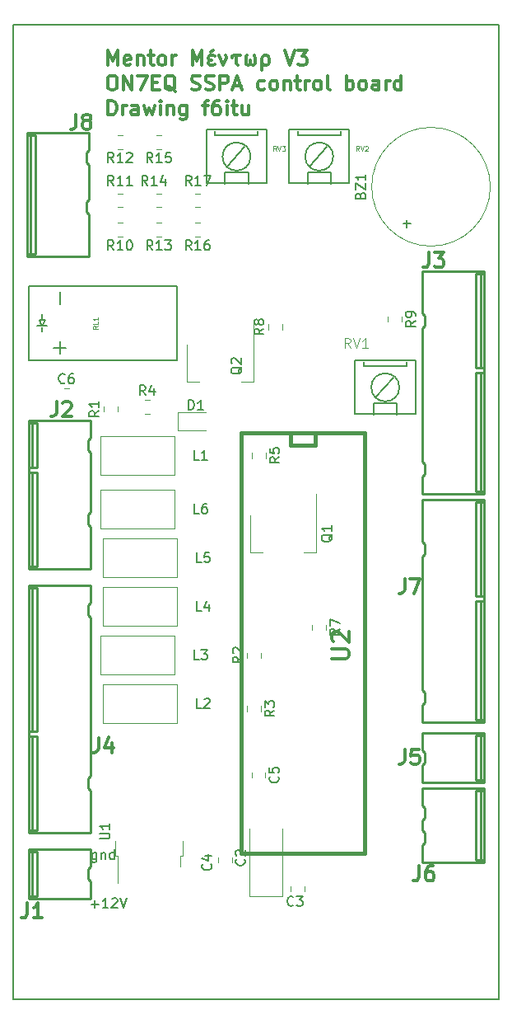
<source format=gto>
G04 #@! TF.GenerationSoftware,KiCad,Pcbnew,(5.1.5)-3*
G04 #@! TF.CreationDate,2020-05-10T11:41:13+02:00*
G04 #@! TF.ProjectId,Mentor,4d656e74-6f72-42e6-9b69-6361645f7063,rev?*
G04 #@! TF.SameCoordinates,Original*
G04 #@! TF.FileFunction,Legend,Top*
G04 #@! TF.FilePolarity,Positive*
%FSLAX46Y46*%
G04 Gerber Fmt 4.6, Leading zero omitted, Abs format (unit mm)*
G04 Created by KiCad (PCBNEW (5.1.5)-3) date 2020-05-10 11:41:13*
%MOMM*%
%LPD*%
G04 APERTURE LIST*
%ADD10C,0.150000*%
%ADD11C,0.300000*%
%ADD12C,0.120000*%
%ADD13C,0.254000*%
%ADD14C,0.050000*%
%ADD15C,0.381000*%
%ADD16C,0.304800*%
%ADD17C,0.125000*%
G04 APERTURE END LIST*
D10*
X50609523Y-110985714D02*
X50609523Y-111795238D01*
X50561904Y-111890476D01*
X50514285Y-111938095D01*
X50419047Y-111985714D01*
X50276190Y-111985714D01*
X50180952Y-111938095D01*
X50609523Y-111604761D02*
X50514285Y-111652380D01*
X50323809Y-111652380D01*
X50228571Y-111604761D01*
X50180952Y-111557142D01*
X50133333Y-111461904D01*
X50133333Y-111176190D01*
X50180952Y-111080952D01*
X50228571Y-111033333D01*
X50323809Y-110985714D01*
X50514285Y-110985714D01*
X50609523Y-111033333D01*
X51085714Y-110985714D02*
X51085714Y-111652380D01*
X51085714Y-111080952D02*
X51133333Y-111033333D01*
X51228571Y-110985714D01*
X51371428Y-110985714D01*
X51466666Y-111033333D01*
X51514285Y-111128571D01*
X51514285Y-111652380D01*
X52419047Y-111652380D02*
X52419047Y-110652380D01*
X52419047Y-111604761D02*
X52323809Y-111652380D01*
X52133333Y-111652380D01*
X52038095Y-111604761D01*
X51990476Y-111557142D01*
X51942857Y-111461904D01*
X51942857Y-111176190D01*
X51990476Y-111080952D01*
X52038095Y-111033333D01*
X52133333Y-110985714D01*
X52323809Y-110985714D01*
X52419047Y-111033333D01*
X50038095Y-116271428D02*
X50800000Y-116271428D01*
X50419047Y-116652380D02*
X50419047Y-115890476D01*
X51800000Y-116652380D02*
X51228571Y-116652380D01*
X51514285Y-116652380D02*
X51514285Y-115652380D01*
X51419047Y-115795238D01*
X51323809Y-115890476D01*
X51228571Y-115938095D01*
X52180952Y-115747619D02*
X52228571Y-115700000D01*
X52323809Y-115652380D01*
X52561904Y-115652380D01*
X52657142Y-115700000D01*
X52704761Y-115747619D01*
X52752380Y-115842857D01*
X52752380Y-115938095D01*
X52704761Y-116080952D01*
X52133333Y-116652380D01*
X52752380Y-116652380D01*
X53038095Y-115652380D02*
X53371428Y-116652380D01*
X53704761Y-115652380D01*
X92000000Y-26000000D02*
X92000000Y-126000000D01*
D11*
X51802142Y-30128571D02*
X51802142Y-28628571D01*
X52302142Y-29700000D01*
X52802142Y-28628571D01*
X52802142Y-30128571D01*
X54087857Y-30057142D02*
X53945000Y-30128571D01*
X53659285Y-30128571D01*
X53516428Y-30057142D01*
X53445000Y-29914285D01*
X53445000Y-29342857D01*
X53516428Y-29200000D01*
X53659285Y-29128571D01*
X53945000Y-29128571D01*
X54087857Y-29200000D01*
X54159285Y-29342857D01*
X54159285Y-29485714D01*
X53445000Y-29628571D01*
X54802142Y-29128571D02*
X54802142Y-30128571D01*
X54802142Y-29271428D02*
X54873571Y-29200000D01*
X55016428Y-29128571D01*
X55230714Y-29128571D01*
X55373571Y-29200000D01*
X55445000Y-29342857D01*
X55445000Y-30128571D01*
X55945000Y-29128571D02*
X56516428Y-29128571D01*
X56159285Y-28628571D02*
X56159285Y-29914285D01*
X56230714Y-30057142D01*
X56373571Y-30128571D01*
X56516428Y-30128571D01*
X57230714Y-30128571D02*
X57087857Y-30057142D01*
X57016428Y-29985714D01*
X56945000Y-29842857D01*
X56945000Y-29414285D01*
X57016428Y-29271428D01*
X57087857Y-29200000D01*
X57230714Y-29128571D01*
X57445000Y-29128571D01*
X57587857Y-29200000D01*
X57659285Y-29271428D01*
X57730714Y-29414285D01*
X57730714Y-29842857D01*
X57659285Y-29985714D01*
X57587857Y-30057142D01*
X57445000Y-30128571D01*
X57230714Y-30128571D01*
X58373571Y-30128571D02*
X58373571Y-29128571D01*
X58373571Y-29414285D02*
X58445000Y-29271428D01*
X58516428Y-29200000D01*
X58659285Y-29128571D01*
X58802142Y-29128571D01*
X60445000Y-30128571D02*
X60445000Y-28628571D01*
X60945000Y-29700000D01*
X61445000Y-28628571D01*
X61445000Y-30128571D01*
X62302142Y-29628571D02*
X62159285Y-29700000D01*
X62087857Y-29842857D01*
X62087857Y-29914285D01*
X62159285Y-30057142D01*
X62302142Y-30128571D01*
X62587857Y-30128571D01*
X62730714Y-30057142D01*
X62445000Y-29628571D02*
X62302142Y-29628571D01*
X62159285Y-29557142D01*
X62087857Y-29414285D01*
X62087857Y-29342857D01*
X62159285Y-29200000D01*
X62302142Y-29128571D01*
X62587857Y-29128571D01*
X62730714Y-29200000D01*
X62587857Y-28557142D02*
X62373571Y-28771428D01*
X63230714Y-29128571D02*
X63587857Y-30128571D01*
X63945000Y-29342857D01*
X63945000Y-29271428D01*
X63873571Y-29128571D01*
X64516428Y-29342857D02*
X64587857Y-29200000D01*
X64730714Y-29128571D01*
X65373571Y-29128571D01*
X64945000Y-29128571D02*
X64945000Y-29914285D01*
X65016428Y-30057142D01*
X65159285Y-30128571D01*
X66445000Y-29628571D02*
X66445000Y-29914285D01*
X66087857Y-29128571D02*
X66016428Y-29200000D01*
X65945000Y-29342857D01*
X65945000Y-29914285D01*
X66016428Y-30057142D01*
X66159285Y-30128571D01*
X66230714Y-30128571D01*
X66373571Y-30057142D01*
X66445000Y-29914285D01*
X66516428Y-30057142D01*
X66659285Y-30128571D01*
X66730714Y-30128571D01*
X66873571Y-30057142D01*
X66945000Y-29914285D01*
X66945000Y-29342857D01*
X66873571Y-29200000D01*
X66802142Y-29128571D01*
X67587857Y-30628571D02*
X67587857Y-29414285D01*
X67659285Y-29271428D01*
X67730714Y-29200000D01*
X67873571Y-29128571D01*
X68087857Y-29128571D01*
X68230714Y-29200000D01*
X68302142Y-29271428D01*
X68373571Y-29414285D01*
X68373571Y-29842857D01*
X68302142Y-29985714D01*
X68230714Y-30057142D01*
X68087857Y-30128571D01*
X67873571Y-30128571D01*
X67730714Y-30057142D01*
X67587857Y-29914285D01*
X69945000Y-28628571D02*
X70445000Y-30128571D01*
X70945000Y-28628571D01*
X71302142Y-28628571D02*
X72230714Y-28628571D01*
X71730714Y-29200000D01*
X71945000Y-29200000D01*
X72087857Y-29271428D01*
X72159285Y-29342857D01*
X72230714Y-29485714D01*
X72230714Y-29842857D01*
X72159285Y-29985714D01*
X72087857Y-30057142D01*
X71945000Y-30128571D01*
X71516428Y-30128571D01*
X71373571Y-30057142D01*
X71302142Y-29985714D01*
X52087857Y-31178571D02*
X52373571Y-31178571D01*
X52516428Y-31250000D01*
X52659285Y-31392857D01*
X52730714Y-31678571D01*
X52730714Y-32178571D01*
X52659285Y-32464285D01*
X52516428Y-32607142D01*
X52373571Y-32678571D01*
X52087857Y-32678571D01*
X51945000Y-32607142D01*
X51802142Y-32464285D01*
X51730714Y-32178571D01*
X51730714Y-31678571D01*
X51802142Y-31392857D01*
X51945000Y-31250000D01*
X52087857Y-31178571D01*
X53373571Y-32678571D02*
X53373571Y-31178571D01*
X54230714Y-32678571D01*
X54230714Y-31178571D01*
X54802142Y-31178571D02*
X55802142Y-31178571D01*
X55159285Y-32678571D01*
X56373571Y-31892857D02*
X56873571Y-31892857D01*
X57087857Y-32678571D02*
X56373571Y-32678571D01*
X56373571Y-31178571D01*
X57087857Y-31178571D01*
X58730714Y-32821428D02*
X58587857Y-32750000D01*
X58445000Y-32607142D01*
X58230714Y-32392857D01*
X58087857Y-32321428D01*
X57945000Y-32321428D01*
X58016428Y-32678571D02*
X57873571Y-32607142D01*
X57730714Y-32464285D01*
X57659285Y-32178571D01*
X57659285Y-31678571D01*
X57730714Y-31392857D01*
X57873571Y-31250000D01*
X58016428Y-31178571D01*
X58302142Y-31178571D01*
X58445000Y-31250000D01*
X58587857Y-31392857D01*
X58659285Y-31678571D01*
X58659285Y-32178571D01*
X58587857Y-32464285D01*
X58445000Y-32607142D01*
X58302142Y-32678571D01*
X58016428Y-32678571D01*
X60373571Y-32607142D02*
X60587857Y-32678571D01*
X60945000Y-32678571D01*
X61087857Y-32607142D01*
X61159285Y-32535714D01*
X61230714Y-32392857D01*
X61230714Y-32250000D01*
X61159285Y-32107142D01*
X61087857Y-32035714D01*
X60945000Y-31964285D01*
X60659285Y-31892857D01*
X60516428Y-31821428D01*
X60445000Y-31750000D01*
X60373571Y-31607142D01*
X60373571Y-31464285D01*
X60445000Y-31321428D01*
X60516428Y-31250000D01*
X60659285Y-31178571D01*
X61016428Y-31178571D01*
X61230714Y-31250000D01*
X61802142Y-32607142D02*
X62016428Y-32678571D01*
X62373571Y-32678571D01*
X62516428Y-32607142D01*
X62587857Y-32535714D01*
X62659285Y-32392857D01*
X62659285Y-32250000D01*
X62587857Y-32107142D01*
X62516428Y-32035714D01*
X62373571Y-31964285D01*
X62087857Y-31892857D01*
X61945000Y-31821428D01*
X61873571Y-31750000D01*
X61802142Y-31607142D01*
X61802142Y-31464285D01*
X61873571Y-31321428D01*
X61945000Y-31250000D01*
X62087857Y-31178571D01*
X62445000Y-31178571D01*
X62659285Y-31250000D01*
X63302142Y-32678571D02*
X63302142Y-31178571D01*
X63873571Y-31178571D01*
X64016428Y-31250000D01*
X64087857Y-31321428D01*
X64159285Y-31464285D01*
X64159285Y-31678571D01*
X64087857Y-31821428D01*
X64016428Y-31892857D01*
X63873571Y-31964285D01*
X63302142Y-31964285D01*
X64730714Y-32250000D02*
X65445000Y-32250000D01*
X64587857Y-32678571D02*
X65087857Y-31178571D01*
X65587857Y-32678571D01*
X67873571Y-32607142D02*
X67730714Y-32678571D01*
X67445000Y-32678571D01*
X67302142Y-32607142D01*
X67230714Y-32535714D01*
X67159285Y-32392857D01*
X67159285Y-31964285D01*
X67230714Y-31821428D01*
X67302142Y-31750000D01*
X67445000Y-31678571D01*
X67730714Y-31678571D01*
X67873571Y-31750000D01*
X68730714Y-32678571D02*
X68587857Y-32607142D01*
X68516428Y-32535714D01*
X68445000Y-32392857D01*
X68445000Y-31964285D01*
X68516428Y-31821428D01*
X68587857Y-31750000D01*
X68730714Y-31678571D01*
X68945000Y-31678571D01*
X69087857Y-31750000D01*
X69159285Y-31821428D01*
X69230714Y-31964285D01*
X69230714Y-32392857D01*
X69159285Y-32535714D01*
X69087857Y-32607142D01*
X68945000Y-32678571D01*
X68730714Y-32678571D01*
X69873571Y-31678571D02*
X69873571Y-32678571D01*
X69873571Y-31821428D02*
X69945000Y-31750000D01*
X70087857Y-31678571D01*
X70302142Y-31678571D01*
X70445000Y-31750000D01*
X70516428Y-31892857D01*
X70516428Y-32678571D01*
X71016428Y-31678571D02*
X71587857Y-31678571D01*
X71230714Y-31178571D02*
X71230714Y-32464285D01*
X71302142Y-32607142D01*
X71445000Y-32678571D01*
X71587857Y-32678571D01*
X72087857Y-32678571D02*
X72087857Y-31678571D01*
X72087857Y-31964285D02*
X72159285Y-31821428D01*
X72230714Y-31750000D01*
X72373571Y-31678571D01*
X72516428Y-31678571D01*
X73230714Y-32678571D02*
X73087857Y-32607142D01*
X73016428Y-32535714D01*
X72945000Y-32392857D01*
X72945000Y-31964285D01*
X73016428Y-31821428D01*
X73087857Y-31750000D01*
X73230714Y-31678571D01*
X73445000Y-31678571D01*
X73587857Y-31750000D01*
X73659285Y-31821428D01*
X73730714Y-31964285D01*
X73730714Y-32392857D01*
X73659285Y-32535714D01*
X73587857Y-32607142D01*
X73445000Y-32678571D01*
X73230714Y-32678571D01*
X74587857Y-32678571D02*
X74445000Y-32607142D01*
X74373571Y-32464285D01*
X74373571Y-31178571D01*
X76302142Y-32678571D02*
X76302142Y-31178571D01*
X76302142Y-31750000D02*
X76445000Y-31678571D01*
X76730714Y-31678571D01*
X76873571Y-31750000D01*
X76945000Y-31821428D01*
X77016428Y-31964285D01*
X77016428Y-32392857D01*
X76945000Y-32535714D01*
X76873571Y-32607142D01*
X76730714Y-32678571D01*
X76445000Y-32678571D01*
X76302142Y-32607142D01*
X77873571Y-32678571D02*
X77730714Y-32607142D01*
X77659285Y-32535714D01*
X77587857Y-32392857D01*
X77587857Y-31964285D01*
X77659285Y-31821428D01*
X77730714Y-31750000D01*
X77873571Y-31678571D01*
X78087857Y-31678571D01*
X78230714Y-31750000D01*
X78302142Y-31821428D01*
X78373571Y-31964285D01*
X78373571Y-32392857D01*
X78302142Y-32535714D01*
X78230714Y-32607142D01*
X78087857Y-32678571D01*
X77873571Y-32678571D01*
X79659285Y-32678571D02*
X79659285Y-31892857D01*
X79587857Y-31750000D01*
X79445000Y-31678571D01*
X79159285Y-31678571D01*
X79016428Y-31750000D01*
X79659285Y-32607142D02*
X79516428Y-32678571D01*
X79159285Y-32678571D01*
X79016428Y-32607142D01*
X78945000Y-32464285D01*
X78945000Y-32321428D01*
X79016428Y-32178571D01*
X79159285Y-32107142D01*
X79516428Y-32107142D01*
X79659285Y-32035714D01*
X80373571Y-32678571D02*
X80373571Y-31678571D01*
X80373571Y-31964285D02*
X80445000Y-31821428D01*
X80516428Y-31750000D01*
X80659285Y-31678571D01*
X80802142Y-31678571D01*
X81945000Y-32678571D02*
X81945000Y-31178571D01*
X81945000Y-32607142D02*
X81802142Y-32678571D01*
X81516428Y-32678571D01*
X81373571Y-32607142D01*
X81302142Y-32535714D01*
X81230714Y-32392857D01*
X81230714Y-31964285D01*
X81302142Y-31821428D01*
X81373571Y-31750000D01*
X81516428Y-31678571D01*
X81802142Y-31678571D01*
X81945000Y-31750000D01*
X51802142Y-35228571D02*
X51802142Y-33728571D01*
X52159285Y-33728571D01*
X52373571Y-33800000D01*
X52516428Y-33942857D01*
X52587857Y-34085714D01*
X52659285Y-34371428D01*
X52659285Y-34585714D01*
X52587857Y-34871428D01*
X52516428Y-35014285D01*
X52373571Y-35157142D01*
X52159285Y-35228571D01*
X51802142Y-35228571D01*
X53302142Y-35228571D02*
X53302142Y-34228571D01*
X53302142Y-34514285D02*
X53373571Y-34371428D01*
X53445000Y-34300000D01*
X53587857Y-34228571D01*
X53730714Y-34228571D01*
X54873571Y-35228571D02*
X54873571Y-34442857D01*
X54802142Y-34300000D01*
X54659285Y-34228571D01*
X54373571Y-34228571D01*
X54230714Y-34300000D01*
X54873571Y-35157142D02*
X54730714Y-35228571D01*
X54373571Y-35228571D01*
X54230714Y-35157142D01*
X54159285Y-35014285D01*
X54159285Y-34871428D01*
X54230714Y-34728571D01*
X54373571Y-34657142D01*
X54730714Y-34657142D01*
X54873571Y-34585714D01*
X55445000Y-34228571D02*
X55730714Y-35228571D01*
X56016428Y-34514285D01*
X56302142Y-35228571D01*
X56587857Y-34228571D01*
X57159285Y-35228571D02*
X57159285Y-34228571D01*
X57159285Y-33728571D02*
X57087857Y-33800000D01*
X57159285Y-33871428D01*
X57230714Y-33800000D01*
X57159285Y-33728571D01*
X57159285Y-33871428D01*
X57873571Y-34228571D02*
X57873571Y-35228571D01*
X57873571Y-34371428D02*
X57945000Y-34300000D01*
X58087857Y-34228571D01*
X58302142Y-34228571D01*
X58445000Y-34300000D01*
X58516428Y-34442857D01*
X58516428Y-35228571D01*
X59873571Y-34228571D02*
X59873571Y-35442857D01*
X59802142Y-35585714D01*
X59730714Y-35657142D01*
X59587857Y-35728571D01*
X59373571Y-35728571D01*
X59230714Y-35657142D01*
X59873571Y-35157142D02*
X59730714Y-35228571D01*
X59445000Y-35228571D01*
X59302142Y-35157142D01*
X59230714Y-35085714D01*
X59159285Y-34942857D01*
X59159285Y-34514285D01*
X59230714Y-34371428D01*
X59302142Y-34300000D01*
X59445000Y-34228571D01*
X59730714Y-34228571D01*
X59873571Y-34300000D01*
X61516428Y-34228571D02*
X62087857Y-34228571D01*
X61730714Y-35228571D02*
X61730714Y-33942857D01*
X61802142Y-33800000D01*
X61945000Y-33728571D01*
X62087857Y-33728571D01*
X63230714Y-33728571D02*
X62945000Y-33728571D01*
X62802142Y-33800000D01*
X62730714Y-33871428D01*
X62587857Y-34085714D01*
X62516428Y-34371428D01*
X62516428Y-34942857D01*
X62587857Y-35085714D01*
X62659285Y-35157142D01*
X62802142Y-35228571D01*
X63087857Y-35228571D01*
X63230714Y-35157142D01*
X63302142Y-35085714D01*
X63373571Y-34942857D01*
X63373571Y-34585714D01*
X63302142Y-34442857D01*
X63230714Y-34371428D01*
X63087857Y-34300000D01*
X62802142Y-34300000D01*
X62659285Y-34371428D01*
X62587857Y-34442857D01*
X62516428Y-34585714D01*
X64016428Y-35228571D02*
X64016428Y-34228571D01*
X64016428Y-33728571D02*
X63945000Y-33800000D01*
X64016428Y-33871428D01*
X64087857Y-33800000D01*
X64016428Y-33728571D01*
X64016428Y-33871428D01*
X64516428Y-34228571D02*
X65087857Y-34228571D01*
X64730714Y-33728571D02*
X64730714Y-35014285D01*
X64802142Y-35157142D01*
X64945000Y-35228571D01*
X65087857Y-35228571D01*
X66230714Y-34228571D02*
X66230714Y-35228571D01*
X65587857Y-34228571D02*
X65587857Y-35014285D01*
X65659285Y-35157142D01*
X65802142Y-35228571D01*
X66016428Y-35228571D01*
X66159285Y-35157142D01*
X66230714Y-35085714D01*
D10*
X42000000Y-126000000D02*
X42000000Y-26000000D01*
X42000000Y-26000000D02*
X92000000Y-26000000D01*
X42000000Y-126000000D02*
X92000000Y-126000000D01*
D12*
X61261252Y-47710000D02*
X60738748Y-47710000D01*
X61261252Y-46290000D02*
X60738748Y-46290000D01*
D13*
X84125000Y-57112000D02*
X84125000Y-70828000D01*
X89586000Y-61684000D02*
X89586000Y-73876000D01*
X90094000Y-61684000D02*
X90094000Y-73876000D01*
X90475000Y-51270000D02*
X90475000Y-74130000D01*
X90094000Y-61176000D02*
X90094000Y-51524000D01*
X89586000Y-61176000D02*
X89586000Y-51524000D01*
X89586000Y-51524000D02*
X90475000Y-51524000D01*
X89586000Y-73876000D02*
X90475000Y-73876000D01*
X89586000Y-61684000D02*
X90475000Y-61684000D01*
X89586000Y-61176000D02*
X90475000Y-61176000D01*
X84125000Y-55588000D02*
X84125000Y-51270000D01*
X84379000Y-71082000D02*
X84379000Y-72098000D01*
X84379000Y-71082000D02*
X84125000Y-70828000D01*
X84379000Y-72098000D02*
X84125000Y-72352000D01*
X84125000Y-72352000D02*
X84125000Y-74130000D01*
X84379000Y-56858000D02*
X84125000Y-57112000D01*
X84379000Y-55842000D02*
X84125000Y-55588000D01*
X84379000Y-55842000D02*
X84379000Y-56858000D01*
X90475000Y-74130000D02*
X84125000Y-74130000D01*
X84125000Y-51270000D02*
X90475000Y-51270000D01*
X44514000Y-115486000D02*
X44514000Y-110914000D01*
X44006000Y-110914000D02*
X44006000Y-115486000D01*
X44514000Y-110914000D02*
X43625000Y-110914000D01*
X44514000Y-115486000D02*
X43625000Y-115486000D01*
X49975000Y-113962000D02*
X49975000Y-115740000D01*
X49975000Y-112438000D02*
X49975000Y-110660000D01*
X49721000Y-112692000D02*
X49975000Y-112438000D01*
X49721000Y-113708000D02*
X49975000Y-113962000D01*
X49721000Y-113708000D02*
X49721000Y-112692000D01*
X43625000Y-110660000D02*
X49975000Y-110660000D01*
X49975000Y-115740000D02*
X43625000Y-115740000D01*
X43625000Y-115740000D02*
X43625000Y-110660000D01*
D14*
X58850000Y-78700000D02*
X58850000Y-82700000D01*
X58850000Y-82700000D02*
X51250000Y-82700000D01*
X51250000Y-82700000D02*
X51250000Y-78700000D01*
X51250000Y-78700000D02*
X58850000Y-78700000D01*
D10*
X45000000Y-56200000D02*
X45000000Y-55700000D01*
X45000000Y-57000000D02*
X45000000Y-57500000D01*
X44900000Y-56800000D02*
X44700000Y-56300000D01*
X44700000Y-56300000D02*
X45300000Y-56300000D01*
X45300000Y-56300000D02*
X45100000Y-56800000D01*
X44500000Y-56900000D02*
X45500000Y-56900000D01*
X46825000Y-54695000D02*
X46825000Y-53425000D01*
X46825000Y-58505000D02*
X46825000Y-59775000D01*
X46190000Y-59140000D02*
X47460000Y-59140000D01*
X56350000Y-52790000D02*
X58890000Y-52790000D01*
X58890000Y-52790000D02*
X58890000Y-60410000D01*
X58890000Y-60410000D02*
X56350000Y-60410000D01*
X43650000Y-60410000D02*
X56350000Y-60410000D01*
X43650000Y-60410000D02*
X43650000Y-52790000D01*
X43650000Y-52790000D02*
X56350000Y-52790000D01*
D15*
X78150000Y-67840000D02*
X78150000Y-111020000D01*
X78150000Y-111020000D02*
X65450000Y-111020000D01*
X65450000Y-111020000D02*
X65450000Y-67840000D01*
X65450000Y-67840000D02*
X78150000Y-67840000D01*
X70530000Y-67840000D02*
X70530000Y-69110000D01*
X70530000Y-69110000D02*
X73070000Y-69110000D01*
X73070000Y-69110000D02*
X73070000Y-67840000D01*
D13*
X44514000Y-71406000D02*
X44514000Y-66834000D01*
X44006000Y-71406000D02*
X44006000Y-66834000D01*
X44006000Y-71914000D02*
X44006000Y-81566000D01*
X44514000Y-71914000D02*
X44514000Y-81566000D01*
X44514000Y-81566000D02*
X43625000Y-81566000D01*
X44514000Y-66834000D02*
X43625000Y-66834000D01*
X44514000Y-71406000D02*
X43625000Y-71406000D01*
X44514000Y-71914000D02*
X43625000Y-71914000D01*
X43625000Y-81820000D02*
X43625000Y-66580000D01*
X49975000Y-75978000D02*
X49975000Y-69882000D01*
X49975000Y-77502000D02*
X49975000Y-81820000D01*
X49721000Y-69628000D02*
X49721000Y-68612000D01*
X49721000Y-69628000D02*
X49975000Y-69882000D01*
X49721000Y-68612000D02*
X49975000Y-68358000D01*
X49975000Y-68358000D02*
X49975000Y-66580000D01*
X49721000Y-76232000D02*
X49975000Y-75978000D01*
X49721000Y-77248000D02*
X49975000Y-77502000D01*
X49721000Y-77248000D02*
X49721000Y-76232000D01*
X43625000Y-66580000D02*
X49975000Y-66580000D01*
X49975000Y-81820000D02*
X43625000Y-81820000D01*
X44514000Y-98486000D02*
X44514000Y-83754000D01*
X44006000Y-98486000D02*
X44006000Y-83754000D01*
X43625000Y-108900000D02*
X43625000Y-83500000D01*
X49975000Y-103058000D02*
X49975000Y-86802000D01*
X44006000Y-98994000D02*
X44006000Y-108646000D01*
X44514000Y-98994000D02*
X44514000Y-108646000D01*
X44514000Y-108646000D02*
X43625000Y-108646000D01*
X44514000Y-83754000D02*
X43625000Y-83754000D01*
X44514000Y-98486000D02*
X43625000Y-98486000D01*
X44514000Y-98994000D02*
X43625000Y-98994000D01*
X49975000Y-104582000D02*
X49975000Y-108900000D01*
X49721000Y-86548000D02*
X49721000Y-85532000D01*
X49721000Y-86548000D02*
X49975000Y-86802000D01*
X49721000Y-85532000D02*
X49975000Y-85278000D01*
X49975000Y-85278000D02*
X49975000Y-83500000D01*
X49721000Y-103312000D02*
X49975000Y-103058000D01*
X49721000Y-104328000D02*
X49975000Y-104582000D01*
X49721000Y-104328000D02*
X49721000Y-103312000D01*
X43625000Y-83500000D02*
X49975000Y-83500000D01*
X49975000Y-108900000D02*
X43625000Y-108900000D01*
X89586000Y-98914000D02*
X89586000Y-103486000D01*
X90094000Y-103486000D02*
X90094000Y-98914000D01*
X89586000Y-103486000D02*
X90475000Y-103486000D01*
X89586000Y-98914000D02*
X90475000Y-98914000D01*
X84125000Y-100438000D02*
X84125000Y-98660000D01*
X84125000Y-101962000D02*
X84125000Y-103740000D01*
X84379000Y-101708000D02*
X84125000Y-101962000D01*
X84379000Y-100692000D02*
X84125000Y-100438000D01*
X84379000Y-100692000D02*
X84379000Y-101708000D01*
X90475000Y-103740000D02*
X84125000Y-103740000D01*
X84125000Y-98660000D02*
X90475000Y-98660000D01*
X90475000Y-98660000D02*
X90475000Y-103740000D01*
X89586000Y-104644000D02*
X89586000Y-111756000D01*
X90094000Y-111756000D02*
X90094000Y-104644000D01*
X89586000Y-111756000D02*
X90475000Y-111756000D01*
X89586000Y-104644000D02*
X90475000Y-104644000D01*
X84125000Y-107692000D02*
X84125000Y-108708000D01*
X84379000Y-108962000D02*
X84379000Y-109978000D01*
X84379000Y-108962000D02*
X84125000Y-108708000D01*
X84379000Y-109978000D02*
X84125000Y-110232000D01*
X84125000Y-110232000D02*
X84125000Y-112010000D01*
X90475000Y-104390000D02*
X90475000Y-112010000D01*
X84125000Y-106168000D02*
X84125000Y-104390000D01*
X84379000Y-107438000D02*
X84125000Y-107692000D01*
X84379000Y-106422000D02*
X84125000Y-106168000D01*
X84379000Y-106422000D02*
X84379000Y-107438000D01*
X90475000Y-112010000D02*
X84125000Y-112010000D01*
X84125000Y-104390000D02*
X90475000Y-104390000D01*
X84125000Y-80612000D02*
X84125000Y-94328000D01*
X89586000Y-85184000D02*
X89586000Y-97376000D01*
X90094000Y-85184000D02*
X90094000Y-97376000D01*
X90475000Y-74770000D02*
X90475000Y-97630000D01*
X90094000Y-84676000D02*
X90094000Y-75024000D01*
X89586000Y-84676000D02*
X89586000Y-75024000D01*
X89586000Y-75024000D02*
X90475000Y-75024000D01*
X89586000Y-97376000D02*
X90475000Y-97376000D01*
X89586000Y-85184000D02*
X90475000Y-85184000D01*
X89586000Y-84676000D02*
X90475000Y-84676000D01*
X84125000Y-79088000D02*
X84125000Y-74770000D01*
X84379000Y-94582000D02*
X84379000Y-95598000D01*
X84379000Y-94582000D02*
X84125000Y-94328000D01*
X84379000Y-95598000D02*
X84125000Y-95852000D01*
X84125000Y-95852000D02*
X84125000Y-97630000D01*
X84379000Y-80358000D02*
X84125000Y-80612000D01*
X84379000Y-79342000D02*
X84125000Y-79088000D01*
X84379000Y-79342000D02*
X84379000Y-80358000D01*
X90475000Y-97630000D02*
X84125000Y-97630000D01*
X84125000Y-74770000D02*
X90475000Y-74770000D01*
D10*
X79100000Y-66000000D02*
X79100000Y-64800000D01*
X79100000Y-64800000D02*
X81500000Y-64800000D01*
X81500000Y-64800000D02*
X81500000Y-66000000D01*
X78100000Y-60600000D02*
X78100000Y-61000000D01*
X78100000Y-61000000D02*
X82500000Y-61000000D01*
X82500000Y-61000000D02*
X82500000Y-60600000D01*
X79300000Y-64200000D02*
X81100000Y-62200000D01*
X81742221Y-63200000D02*
G75*
G03X81742221Y-63200000I-1442221J0D01*
G01*
X77200000Y-60450000D02*
X83400000Y-60450000D01*
X83400000Y-60450000D02*
X83400000Y-65950000D01*
X83400000Y-65950000D02*
X77200000Y-65950000D01*
X77200000Y-65950000D02*
X77200000Y-60450000D01*
D14*
X58600000Y-68200000D02*
X58600000Y-72200000D01*
X58600000Y-72200000D02*
X51000000Y-72200000D01*
X51000000Y-72200000D02*
X51000000Y-68200000D01*
X51000000Y-68200000D02*
X58600000Y-68200000D01*
X58850000Y-93700000D02*
X58850000Y-97700000D01*
X58850000Y-97700000D02*
X51250000Y-97700000D01*
X51250000Y-97700000D02*
X51250000Y-93700000D01*
X51250000Y-93700000D02*
X58850000Y-93700000D01*
X58600000Y-88700000D02*
X58600000Y-92700000D01*
X58600000Y-92700000D02*
X51000000Y-92700000D01*
X51000000Y-92700000D02*
X51000000Y-88700000D01*
X51000000Y-88700000D02*
X58600000Y-88700000D01*
X58850000Y-83700000D02*
X58850000Y-87700000D01*
X58850000Y-87700000D02*
X51250000Y-87700000D01*
X51250000Y-87700000D02*
X51250000Y-83700000D01*
X51250000Y-83700000D02*
X58850000Y-83700000D01*
X58600000Y-73700000D02*
X58600000Y-77700000D01*
X58600000Y-77700000D02*
X51000000Y-77700000D01*
X51000000Y-77700000D02*
X51000000Y-73700000D01*
X51000000Y-73700000D02*
X58600000Y-73700000D01*
D13*
X43806000Y-37304000D02*
X43806000Y-49496000D01*
X44314000Y-49496000D02*
X44314000Y-37304000D01*
X44314000Y-37304000D02*
X43425000Y-37304000D01*
X44314000Y-49496000D02*
X43425000Y-49496000D01*
X43425000Y-49750000D02*
X43425000Y-37050000D01*
X49775000Y-43908000D02*
X49775000Y-40352000D01*
X49775000Y-45432000D02*
X49775000Y-49750000D01*
X49521000Y-40098000D02*
X49521000Y-39082000D01*
X49521000Y-40098000D02*
X49775000Y-40352000D01*
X49521000Y-39082000D02*
X49775000Y-38828000D01*
X49775000Y-38828000D02*
X49775000Y-37050000D01*
X49521000Y-44162000D02*
X49775000Y-43908000D01*
X49521000Y-45178000D02*
X49775000Y-45432000D01*
X49521000Y-45178000D02*
X49521000Y-44162000D01*
X43425000Y-37050000D02*
X49775000Y-37050000D01*
X49775000Y-49750000D02*
X43425000Y-49750000D01*
D12*
X53261252Y-47710000D02*
X52738748Y-47710000D01*
X53261252Y-46290000D02*
X52738748Y-46290000D01*
X53261252Y-43290000D02*
X52738748Y-43290000D01*
X53261252Y-44710000D02*
X52738748Y-44710000D01*
X53261252Y-37290000D02*
X52738748Y-37290000D01*
X53261252Y-38710000D02*
X52738748Y-38710000D01*
X57261252Y-46290000D02*
X56738748Y-46290000D01*
X57261252Y-47710000D02*
X56738748Y-47710000D01*
X57261252Y-44710000D02*
X56738748Y-44710000D01*
X57261252Y-43290000D02*
X56738748Y-43290000D01*
X57261252Y-38710000D02*
X56738748Y-38710000D01*
X57261252Y-37290000D02*
X56738748Y-37290000D01*
X61261252Y-43290000D02*
X60738748Y-43290000D01*
X61261252Y-44710000D02*
X60738748Y-44710000D01*
D10*
X70400000Y-42250000D02*
X70400000Y-36750000D01*
X76600000Y-42250000D02*
X70400000Y-42250000D01*
X76600000Y-36750000D02*
X76600000Y-42250000D01*
X70400000Y-36750000D02*
X76600000Y-36750000D01*
X74942221Y-39500000D02*
G75*
G03X74942221Y-39500000I-1442221J0D01*
G01*
X72500000Y-40500000D02*
X74300000Y-38500000D01*
X75700000Y-37300000D02*
X75700000Y-36900000D01*
X71300000Y-37300000D02*
X75700000Y-37300000D01*
X71300000Y-36900000D02*
X71300000Y-37300000D01*
X74700000Y-41100000D02*
X74700000Y-42300000D01*
X72300000Y-41100000D02*
X74700000Y-41100000D01*
X72300000Y-42300000D02*
X72300000Y-41100000D01*
X63800000Y-42300000D02*
X63800000Y-41100000D01*
X63800000Y-41100000D02*
X66200000Y-41100000D01*
X66200000Y-41100000D02*
X66200000Y-42300000D01*
X62800000Y-36900000D02*
X62800000Y-37300000D01*
X62800000Y-37300000D02*
X67200000Y-37300000D01*
X67200000Y-37300000D02*
X67200000Y-36900000D01*
X64000000Y-40500000D02*
X65800000Y-38500000D01*
X66442221Y-39500000D02*
G75*
G03X66442221Y-39500000I-1442221J0D01*
G01*
X61900000Y-36750000D02*
X68100000Y-36750000D01*
X68100000Y-36750000D02*
X68100000Y-42250000D01*
X68100000Y-42250000D02*
X61900000Y-42250000D01*
X61900000Y-42250000D02*
X61900000Y-36750000D01*
D12*
X51340000Y-65711252D02*
X51340000Y-65188748D01*
X52760000Y-65711252D02*
X52760000Y-65188748D01*
X66090000Y-90961252D02*
X66090000Y-90438748D01*
X67510000Y-90961252D02*
X67510000Y-90438748D01*
X67510000Y-95938748D02*
X67510000Y-96461252D01*
X66090000Y-95938748D02*
X66090000Y-96461252D01*
X55538748Y-65910000D02*
X56061252Y-65910000D01*
X55538748Y-64490000D02*
X56061252Y-64490000D01*
X68010000Y-69938748D02*
X68010000Y-70461252D01*
X66590000Y-69938748D02*
X66590000Y-70461252D01*
X72790000Y-87588748D02*
X72790000Y-88111252D01*
X74210000Y-87588748D02*
X74210000Y-88111252D01*
X69710000Y-57261252D02*
X69710000Y-56738748D01*
X68290000Y-57261252D02*
X68290000Y-56738748D01*
X80590000Y-55938748D02*
X80590000Y-56461252D01*
X82010000Y-55938748D02*
X82010000Y-56461252D01*
X73210000Y-74100000D02*
X73210000Y-80110000D01*
X66390000Y-76350000D02*
X66390000Y-80110000D01*
X73210000Y-80110000D02*
X71950000Y-80110000D01*
X66390000Y-80110000D02*
X67650000Y-80110000D01*
X59890000Y-62610000D02*
X61150000Y-62610000D01*
X66710000Y-62610000D02*
X65450000Y-62610000D01*
X59890000Y-58850000D02*
X59890000Y-62610000D01*
X66710000Y-56600000D02*
X66710000Y-62610000D01*
X59180000Y-111270000D02*
X59180000Y-112370000D01*
X59450000Y-111270000D02*
X59180000Y-111270000D01*
X59450000Y-109770000D02*
X59450000Y-111270000D01*
X52820000Y-111270000D02*
X52820000Y-114100000D01*
X52550000Y-111270000D02*
X52820000Y-111270000D01*
X52550000Y-109770000D02*
X52550000Y-111270000D01*
X70590000Y-114961252D02*
X70590000Y-114438748D01*
X72010000Y-114961252D02*
X72010000Y-114438748D01*
X63090000Y-111438748D02*
X63090000Y-111961252D01*
X64510000Y-111438748D02*
X64510000Y-111961252D01*
X66540000Y-102738748D02*
X66540000Y-103261252D01*
X67960000Y-102738748D02*
X67960000Y-103261252D01*
X47238748Y-63290000D02*
X47761252Y-63290000D01*
X47238748Y-64710000D02*
X47761252Y-64710000D01*
X61800000Y-65740000D02*
X58940000Y-65740000D01*
X58940000Y-65740000D02*
X58940000Y-67660000D01*
X58940000Y-67660000D02*
X61800000Y-67660000D01*
X91100000Y-42600000D02*
G75*
G03X91100000Y-42600000I-6100000J0D01*
G01*
X66290000Y-108500000D02*
X66290000Y-115435000D01*
X66290000Y-115435000D02*
X69710000Y-115435000D01*
X69710000Y-115435000D02*
X69710000Y-108500000D01*
D10*
X60357142Y-49102380D02*
X60023809Y-48626190D01*
X59785714Y-49102380D02*
X59785714Y-48102380D01*
X60166666Y-48102380D01*
X60261904Y-48150000D01*
X60309523Y-48197619D01*
X60357142Y-48292857D01*
X60357142Y-48435714D01*
X60309523Y-48530952D01*
X60261904Y-48578571D01*
X60166666Y-48626190D01*
X59785714Y-48626190D01*
X61309523Y-49102380D02*
X60738095Y-49102380D01*
X61023809Y-49102380D02*
X61023809Y-48102380D01*
X60928571Y-48245238D01*
X60833333Y-48340476D01*
X60738095Y-48388095D01*
X62166666Y-48102380D02*
X61976190Y-48102380D01*
X61880952Y-48150000D01*
X61833333Y-48197619D01*
X61738095Y-48340476D01*
X61690476Y-48530952D01*
X61690476Y-48911904D01*
X61738095Y-49007142D01*
X61785714Y-49054761D01*
X61880952Y-49102380D01*
X62071428Y-49102380D01*
X62166666Y-49054761D01*
X62214285Y-49007142D01*
X62261904Y-48911904D01*
X62261904Y-48673809D01*
X62214285Y-48578571D01*
X62166666Y-48530952D01*
X62071428Y-48483333D01*
X61880952Y-48483333D01*
X61785714Y-48530952D01*
X61738095Y-48578571D01*
X61690476Y-48673809D01*
D16*
X84792000Y-49365428D02*
X84792000Y-50454000D01*
X84719428Y-50671714D01*
X84574285Y-50816857D01*
X84356571Y-50889428D01*
X84211428Y-50889428D01*
X85372571Y-49365428D02*
X86316000Y-49365428D01*
X85808000Y-49946000D01*
X86025714Y-49946000D01*
X86170857Y-50018571D01*
X86243428Y-50091142D01*
X86316000Y-50236285D01*
X86316000Y-50599142D01*
X86243428Y-50744285D01*
X86170857Y-50816857D01*
X86025714Y-50889428D01*
X85590285Y-50889428D01*
X85445142Y-50816857D01*
X85372571Y-50744285D01*
X43492000Y-116165428D02*
X43492000Y-117254000D01*
X43419428Y-117471714D01*
X43274285Y-117616857D01*
X43056571Y-117689428D01*
X42911428Y-117689428D01*
X45016000Y-117689428D02*
X44145142Y-117689428D01*
X44580571Y-117689428D02*
X44580571Y-116165428D01*
X44435428Y-116383142D01*
X44290285Y-116528285D01*
X44145142Y-116600857D01*
D10*
X61383333Y-81152380D02*
X60907142Y-81152380D01*
X60907142Y-80152380D01*
X62192857Y-80152380D02*
X61716666Y-80152380D01*
X61669047Y-80628571D01*
X61716666Y-80580952D01*
X61811904Y-80533333D01*
X62050000Y-80533333D01*
X62145238Y-80580952D01*
X62192857Y-80628571D01*
X62240476Y-80723809D01*
X62240476Y-80961904D01*
X62192857Y-81057142D01*
X62145238Y-81104761D01*
X62050000Y-81152380D01*
X61811904Y-81152380D01*
X61716666Y-81104761D01*
X61669047Y-81057142D01*
D17*
X50726190Y-56885714D02*
X50488095Y-57052380D01*
X50726190Y-57171428D02*
X50226190Y-57171428D01*
X50226190Y-56980952D01*
X50250000Y-56933333D01*
X50273809Y-56909523D01*
X50321428Y-56885714D01*
X50392857Y-56885714D01*
X50440476Y-56909523D01*
X50464285Y-56933333D01*
X50488095Y-56980952D01*
X50488095Y-57171428D01*
X50726190Y-56433333D02*
X50726190Y-56671428D01*
X50226190Y-56671428D01*
X50726190Y-56004761D02*
X50726190Y-56290476D01*
X50726190Y-56147619D02*
X50226190Y-56147619D01*
X50297619Y-56195238D01*
X50345238Y-56242857D01*
X50369047Y-56290476D01*
D16*
X74826333Y-91054666D02*
X76265666Y-91054666D01*
X76435000Y-90970000D01*
X76519666Y-90885333D01*
X76604333Y-90716000D01*
X76604333Y-90377333D01*
X76519666Y-90208000D01*
X76435000Y-90123333D01*
X76265666Y-90038666D01*
X74826333Y-90038666D01*
X74995666Y-89276666D02*
X74911000Y-89192000D01*
X74826333Y-89022666D01*
X74826333Y-88599333D01*
X74911000Y-88430000D01*
X74995666Y-88345333D01*
X75165000Y-88260666D01*
X75334333Y-88260666D01*
X75588333Y-88345333D01*
X76604333Y-89361333D01*
X76604333Y-88260666D01*
X46492000Y-64665428D02*
X46492000Y-65754000D01*
X46419428Y-65971714D01*
X46274285Y-66116857D01*
X46056571Y-66189428D01*
X45911428Y-66189428D01*
X47145142Y-64810571D02*
X47217714Y-64738000D01*
X47362857Y-64665428D01*
X47725714Y-64665428D01*
X47870857Y-64738000D01*
X47943428Y-64810571D01*
X48016000Y-64955714D01*
X48016000Y-65100857D01*
X47943428Y-65318571D01*
X47072571Y-66189428D01*
X48016000Y-66189428D01*
X50792000Y-99165428D02*
X50792000Y-100254000D01*
X50719428Y-100471714D01*
X50574285Y-100616857D01*
X50356571Y-100689428D01*
X50211428Y-100689428D01*
X52170857Y-99673428D02*
X52170857Y-100689428D01*
X51808000Y-99092857D02*
X51445142Y-100181428D01*
X52388571Y-100181428D01*
X82292000Y-100365428D02*
X82292000Y-101454000D01*
X82219428Y-101671714D01*
X82074285Y-101816857D01*
X81856571Y-101889428D01*
X81711428Y-101889428D01*
X83743428Y-100365428D02*
X83017714Y-100365428D01*
X82945142Y-101091142D01*
X83017714Y-101018571D01*
X83162857Y-100946000D01*
X83525714Y-100946000D01*
X83670857Y-101018571D01*
X83743428Y-101091142D01*
X83816000Y-101236285D01*
X83816000Y-101599142D01*
X83743428Y-101744285D01*
X83670857Y-101816857D01*
X83525714Y-101889428D01*
X83162857Y-101889428D01*
X83017714Y-101816857D01*
X82945142Y-101744285D01*
X83792000Y-112365428D02*
X83792000Y-113454000D01*
X83719428Y-113671714D01*
X83574285Y-113816857D01*
X83356571Y-113889428D01*
X83211428Y-113889428D01*
X85170857Y-112365428D02*
X84880571Y-112365428D01*
X84735428Y-112438000D01*
X84662857Y-112510571D01*
X84517714Y-112728285D01*
X84445142Y-113018571D01*
X84445142Y-113599142D01*
X84517714Y-113744285D01*
X84590285Y-113816857D01*
X84735428Y-113889428D01*
X85025714Y-113889428D01*
X85170857Y-113816857D01*
X85243428Y-113744285D01*
X85316000Y-113599142D01*
X85316000Y-113236285D01*
X85243428Y-113091142D01*
X85170857Y-113018571D01*
X85025714Y-112946000D01*
X84735428Y-112946000D01*
X84590285Y-113018571D01*
X84517714Y-113091142D01*
X84445142Y-113236285D01*
X82292000Y-82865428D02*
X82292000Y-83954000D01*
X82219428Y-84171714D01*
X82074285Y-84316857D01*
X81856571Y-84389428D01*
X81711428Y-84389428D01*
X82872571Y-82865428D02*
X83888571Y-82865428D01*
X83235428Y-84389428D01*
D17*
X76704761Y-59152380D02*
X76371428Y-58676190D01*
X76133333Y-59152380D02*
X76133333Y-58152380D01*
X76514285Y-58152380D01*
X76609523Y-58200000D01*
X76657142Y-58247619D01*
X76704761Y-58342857D01*
X76704761Y-58485714D01*
X76657142Y-58580952D01*
X76609523Y-58628571D01*
X76514285Y-58676190D01*
X76133333Y-58676190D01*
X76990476Y-58152380D02*
X77323809Y-59152380D01*
X77657142Y-58152380D01*
X78514285Y-59152380D02*
X77942857Y-59152380D01*
X78228571Y-59152380D02*
X78228571Y-58152380D01*
X78133333Y-58295238D01*
X78038095Y-58390476D01*
X77942857Y-58438095D01*
D10*
X61133333Y-70652380D02*
X60657142Y-70652380D01*
X60657142Y-69652380D01*
X61990476Y-70652380D02*
X61419047Y-70652380D01*
X61704761Y-70652380D02*
X61704761Y-69652380D01*
X61609523Y-69795238D01*
X61514285Y-69890476D01*
X61419047Y-69938095D01*
X61383333Y-96152380D02*
X60907142Y-96152380D01*
X60907142Y-95152380D01*
X61669047Y-95247619D02*
X61716666Y-95200000D01*
X61811904Y-95152380D01*
X62050000Y-95152380D01*
X62145238Y-95200000D01*
X62192857Y-95247619D01*
X62240476Y-95342857D01*
X62240476Y-95438095D01*
X62192857Y-95580952D01*
X61621428Y-96152380D01*
X62240476Y-96152380D01*
X61133333Y-91152380D02*
X60657142Y-91152380D01*
X60657142Y-90152380D01*
X61371428Y-90152380D02*
X61990476Y-90152380D01*
X61657142Y-90533333D01*
X61800000Y-90533333D01*
X61895238Y-90580952D01*
X61942857Y-90628571D01*
X61990476Y-90723809D01*
X61990476Y-90961904D01*
X61942857Y-91057142D01*
X61895238Y-91104761D01*
X61800000Y-91152380D01*
X61514285Y-91152380D01*
X61419047Y-91104761D01*
X61371428Y-91057142D01*
X61383333Y-86152380D02*
X60907142Y-86152380D01*
X60907142Y-85152380D01*
X62145238Y-85485714D02*
X62145238Y-86152380D01*
X61907142Y-85104761D02*
X61669047Y-85819047D01*
X62288095Y-85819047D01*
X61133333Y-76152380D02*
X60657142Y-76152380D01*
X60657142Y-75152380D01*
X61895238Y-75152380D02*
X61704761Y-75152380D01*
X61609523Y-75200000D01*
X61561904Y-75247619D01*
X61466666Y-75390476D01*
X61419047Y-75580952D01*
X61419047Y-75961904D01*
X61466666Y-76057142D01*
X61514285Y-76104761D01*
X61609523Y-76152380D01*
X61800000Y-76152380D01*
X61895238Y-76104761D01*
X61942857Y-76057142D01*
X61990476Y-75961904D01*
X61990476Y-75723809D01*
X61942857Y-75628571D01*
X61895238Y-75580952D01*
X61800000Y-75533333D01*
X61609523Y-75533333D01*
X61514285Y-75580952D01*
X61466666Y-75628571D01*
X61419047Y-75723809D01*
D16*
X48492000Y-35165428D02*
X48492000Y-36254000D01*
X48419428Y-36471714D01*
X48274285Y-36616857D01*
X48056571Y-36689428D01*
X47911428Y-36689428D01*
X49435428Y-35818571D02*
X49290285Y-35746000D01*
X49217714Y-35673428D01*
X49145142Y-35528285D01*
X49145142Y-35455714D01*
X49217714Y-35310571D01*
X49290285Y-35238000D01*
X49435428Y-35165428D01*
X49725714Y-35165428D01*
X49870857Y-35238000D01*
X49943428Y-35310571D01*
X50016000Y-35455714D01*
X50016000Y-35528285D01*
X49943428Y-35673428D01*
X49870857Y-35746000D01*
X49725714Y-35818571D01*
X49435428Y-35818571D01*
X49290285Y-35891142D01*
X49217714Y-35963714D01*
X49145142Y-36108857D01*
X49145142Y-36399142D01*
X49217714Y-36544285D01*
X49290285Y-36616857D01*
X49435428Y-36689428D01*
X49725714Y-36689428D01*
X49870857Y-36616857D01*
X49943428Y-36544285D01*
X50016000Y-36399142D01*
X50016000Y-36108857D01*
X49943428Y-35963714D01*
X49870857Y-35891142D01*
X49725714Y-35818571D01*
D10*
X52357142Y-49102380D02*
X52023809Y-48626190D01*
X51785714Y-49102380D02*
X51785714Y-48102380D01*
X52166666Y-48102380D01*
X52261904Y-48150000D01*
X52309523Y-48197619D01*
X52357142Y-48292857D01*
X52357142Y-48435714D01*
X52309523Y-48530952D01*
X52261904Y-48578571D01*
X52166666Y-48626190D01*
X51785714Y-48626190D01*
X53309523Y-49102380D02*
X52738095Y-49102380D01*
X53023809Y-49102380D02*
X53023809Y-48102380D01*
X52928571Y-48245238D01*
X52833333Y-48340476D01*
X52738095Y-48388095D01*
X53928571Y-48102380D02*
X54023809Y-48102380D01*
X54119047Y-48150000D01*
X54166666Y-48197619D01*
X54214285Y-48292857D01*
X54261904Y-48483333D01*
X54261904Y-48721428D01*
X54214285Y-48911904D01*
X54166666Y-49007142D01*
X54119047Y-49054761D01*
X54023809Y-49102380D01*
X53928571Y-49102380D01*
X53833333Y-49054761D01*
X53785714Y-49007142D01*
X53738095Y-48911904D01*
X53690476Y-48721428D01*
X53690476Y-48483333D01*
X53738095Y-48292857D01*
X53785714Y-48197619D01*
X53833333Y-48150000D01*
X53928571Y-48102380D01*
X52357142Y-42452380D02*
X52023809Y-41976190D01*
X51785714Y-42452380D02*
X51785714Y-41452380D01*
X52166666Y-41452380D01*
X52261904Y-41500000D01*
X52309523Y-41547619D01*
X52357142Y-41642857D01*
X52357142Y-41785714D01*
X52309523Y-41880952D01*
X52261904Y-41928571D01*
X52166666Y-41976190D01*
X51785714Y-41976190D01*
X53309523Y-42452380D02*
X52738095Y-42452380D01*
X53023809Y-42452380D02*
X53023809Y-41452380D01*
X52928571Y-41595238D01*
X52833333Y-41690476D01*
X52738095Y-41738095D01*
X54261904Y-42452380D02*
X53690476Y-42452380D01*
X53976190Y-42452380D02*
X53976190Y-41452380D01*
X53880952Y-41595238D01*
X53785714Y-41690476D01*
X53690476Y-41738095D01*
X52357142Y-40102380D02*
X52023809Y-39626190D01*
X51785714Y-40102380D02*
X51785714Y-39102380D01*
X52166666Y-39102380D01*
X52261904Y-39150000D01*
X52309523Y-39197619D01*
X52357142Y-39292857D01*
X52357142Y-39435714D01*
X52309523Y-39530952D01*
X52261904Y-39578571D01*
X52166666Y-39626190D01*
X51785714Y-39626190D01*
X53309523Y-40102380D02*
X52738095Y-40102380D01*
X53023809Y-40102380D02*
X53023809Y-39102380D01*
X52928571Y-39245238D01*
X52833333Y-39340476D01*
X52738095Y-39388095D01*
X53690476Y-39197619D02*
X53738095Y-39150000D01*
X53833333Y-39102380D01*
X54071428Y-39102380D01*
X54166666Y-39150000D01*
X54214285Y-39197619D01*
X54261904Y-39292857D01*
X54261904Y-39388095D01*
X54214285Y-39530952D01*
X53642857Y-40102380D01*
X54261904Y-40102380D01*
X56357142Y-49102380D02*
X56023809Y-48626190D01*
X55785714Y-49102380D02*
X55785714Y-48102380D01*
X56166666Y-48102380D01*
X56261904Y-48150000D01*
X56309523Y-48197619D01*
X56357142Y-48292857D01*
X56357142Y-48435714D01*
X56309523Y-48530952D01*
X56261904Y-48578571D01*
X56166666Y-48626190D01*
X55785714Y-48626190D01*
X57309523Y-49102380D02*
X56738095Y-49102380D01*
X57023809Y-49102380D02*
X57023809Y-48102380D01*
X56928571Y-48245238D01*
X56833333Y-48340476D01*
X56738095Y-48388095D01*
X57642857Y-48102380D02*
X58261904Y-48102380D01*
X57928571Y-48483333D01*
X58071428Y-48483333D01*
X58166666Y-48530952D01*
X58214285Y-48578571D01*
X58261904Y-48673809D01*
X58261904Y-48911904D01*
X58214285Y-49007142D01*
X58166666Y-49054761D01*
X58071428Y-49102380D01*
X57785714Y-49102380D01*
X57690476Y-49054761D01*
X57642857Y-49007142D01*
X55857142Y-42452380D02*
X55523809Y-41976190D01*
X55285714Y-42452380D02*
X55285714Y-41452380D01*
X55666666Y-41452380D01*
X55761904Y-41500000D01*
X55809523Y-41547619D01*
X55857142Y-41642857D01*
X55857142Y-41785714D01*
X55809523Y-41880952D01*
X55761904Y-41928571D01*
X55666666Y-41976190D01*
X55285714Y-41976190D01*
X56809523Y-42452380D02*
X56238095Y-42452380D01*
X56523809Y-42452380D02*
X56523809Y-41452380D01*
X56428571Y-41595238D01*
X56333333Y-41690476D01*
X56238095Y-41738095D01*
X57666666Y-41785714D02*
X57666666Y-42452380D01*
X57428571Y-41404761D02*
X57190476Y-42119047D01*
X57809523Y-42119047D01*
X56357142Y-40102380D02*
X56023809Y-39626190D01*
X55785714Y-40102380D02*
X55785714Y-39102380D01*
X56166666Y-39102380D01*
X56261904Y-39150000D01*
X56309523Y-39197619D01*
X56357142Y-39292857D01*
X56357142Y-39435714D01*
X56309523Y-39530952D01*
X56261904Y-39578571D01*
X56166666Y-39626190D01*
X55785714Y-39626190D01*
X57309523Y-40102380D02*
X56738095Y-40102380D01*
X57023809Y-40102380D02*
X57023809Y-39102380D01*
X56928571Y-39245238D01*
X56833333Y-39340476D01*
X56738095Y-39388095D01*
X58214285Y-39102380D02*
X57738095Y-39102380D01*
X57690476Y-39578571D01*
X57738095Y-39530952D01*
X57833333Y-39483333D01*
X58071428Y-39483333D01*
X58166666Y-39530952D01*
X58214285Y-39578571D01*
X58261904Y-39673809D01*
X58261904Y-39911904D01*
X58214285Y-40007142D01*
X58166666Y-40054761D01*
X58071428Y-40102380D01*
X57833333Y-40102380D01*
X57738095Y-40054761D01*
X57690476Y-40007142D01*
X60357142Y-42452380D02*
X60023809Y-41976190D01*
X59785714Y-42452380D02*
X59785714Y-41452380D01*
X60166666Y-41452380D01*
X60261904Y-41500000D01*
X60309523Y-41547619D01*
X60357142Y-41642857D01*
X60357142Y-41785714D01*
X60309523Y-41880952D01*
X60261904Y-41928571D01*
X60166666Y-41976190D01*
X59785714Y-41976190D01*
X61309523Y-42452380D02*
X60738095Y-42452380D01*
X61023809Y-42452380D02*
X61023809Y-41452380D01*
X60928571Y-41595238D01*
X60833333Y-41690476D01*
X60738095Y-41738095D01*
X61642857Y-41452380D02*
X62309523Y-41452380D01*
X61880952Y-42452380D01*
D17*
X77602380Y-38926190D02*
X77435714Y-38688095D01*
X77316666Y-38926190D02*
X77316666Y-38426190D01*
X77507142Y-38426190D01*
X77554761Y-38450000D01*
X77578571Y-38473809D01*
X77602380Y-38521428D01*
X77602380Y-38592857D01*
X77578571Y-38640476D01*
X77554761Y-38664285D01*
X77507142Y-38688095D01*
X77316666Y-38688095D01*
X77745238Y-38426190D02*
X77911904Y-38926190D01*
X78078571Y-38426190D01*
X78221428Y-38473809D02*
X78245238Y-38450000D01*
X78292857Y-38426190D01*
X78411904Y-38426190D01*
X78459523Y-38450000D01*
X78483333Y-38473809D01*
X78507142Y-38521428D01*
X78507142Y-38569047D01*
X78483333Y-38640476D01*
X78197619Y-38926190D01*
X78507142Y-38926190D01*
X69102380Y-38926190D02*
X68935714Y-38688095D01*
X68816666Y-38926190D02*
X68816666Y-38426190D01*
X69007142Y-38426190D01*
X69054761Y-38450000D01*
X69078571Y-38473809D01*
X69102380Y-38521428D01*
X69102380Y-38592857D01*
X69078571Y-38640476D01*
X69054761Y-38664285D01*
X69007142Y-38688095D01*
X68816666Y-38688095D01*
X69245238Y-38426190D02*
X69411904Y-38926190D01*
X69578571Y-38426190D01*
X69697619Y-38426190D02*
X70007142Y-38426190D01*
X69840476Y-38616666D01*
X69911904Y-38616666D01*
X69959523Y-38640476D01*
X69983333Y-38664285D01*
X70007142Y-38711904D01*
X70007142Y-38830952D01*
X69983333Y-38878571D01*
X69959523Y-38902380D01*
X69911904Y-38926190D01*
X69769047Y-38926190D01*
X69721428Y-38902380D01*
X69697619Y-38878571D01*
D10*
X50852380Y-65616666D02*
X50376190Y-65950000D01*
X50852380Y-66188095D02*
X49852380Y-66188095D01*
X49852380Y-65807142D01*
X49900000Y-65711904D01*
X49947619Y-65664285D01*
X50042857Y-65616666D01*
X50185714Y-65616666D01*
X50280952Y-65664285D01*
X50328571Y-65711904D01*
X50376190Y-65807142D01*
X50376190Y-66188095D01*
X50852380Y-64664285D02*
X50852380Y-65235714D01*
X50852380Y-64950000D02*
X49852380Y-64950000D01*
X49995238Y-65045238D01*
X50090476Y-65140476D01*
X50138095Y-65235714D01*
X65602380Y-90866666D02*
X65126190Y-91200000D01*
X65602380Y-91438095D02*
X64602380Y-91438095D01*
X64602380Y-91057142D01*
X64650000Y-90961904D01*
X64697619Y-90914285D01*
X64792857Y-90866666D01*
X64935714Y-90866666D01*
X65030952Y-90914285D01*
X65078571Y-90961904D01*
X65126190Y-91057142D01*
X65126190Y-91438095D01*
X64697619Y-90485714D02*
X64650000Y-90438095D01*
X64602380Y-90342857D01*
X64602380Y-90104761D01*
X64650000Y-90009523D01*
X64697619Y-89961904D01*
X64792857Y-89914285D01*
X64888095Y-89914285D01*
X65030952Y-89961904D01*
X65602380Y-90533333D01*
X65602380Y-89914285D01*
X68902380Y-96366666D02*
X68426190Y-96700000D01*
X68902380Y-96938095D02*
X67902380Y-96938095D01*
X67902380Y-96557142D01*
X67950000Y-96461904D01*
X67997619Y-96414285D01*
X68092857Y-96366666D01*
X68235714Y-96366666D01*
X68330952Y-96414285D01*
X68378571Y-96461904D01*
X68426190Y-96557142D01*
X68426190Y-96938095D01*
X67902380Y-96033333D02*
X67902380Y-95414285D01*
X68283333Y-95747619D01*
X68283333Y-95604761D01*
X68330952Y-95509523D01*
X68378571Y-95461904D01*
X68473809Y-95414285D01*
X68711904Y-95414285D01*
X68807142Y-95461904D01*
X68854761Y-95509523D01*
X68902380Y-95604761D01*
X68902380Y-95890476D01*
X68854761Y-95985714D01*
X68807142Y-96033333D01*
X55633333Y-64002380D02*
X55300000Y-63526190D01*
X55061904Y-64002380D02*
X55061904Y-63002380D01*
X55442857Y-63002380D01*
X55538095Y-63050000D01*
X55585714Y-63097619D01*
X55633333Y-63192857D01*
X55633333Y-63335714D01*
X55585714Y-63430952D01*
X55538095Y-63478571D01*
X55442857Y-63526190D01*
X55061904Y-63526190D01*
X56490476Y-63335714D02*
X56490476Y-64002380D01*
X56252380Y-62954761D02*
X56014285Y-63669047D01*
X56633333Y-63669047D01*
X69402380Y-70366666D02*
X68926190Y-70700000D01*
X69402380Y-70938095D02*
X68402380Y-70938095D01*
X68402380Y-70557142D01*
X68450000Y-70461904D01*
X68497619Y-70414285D01*
X68592857Y-70366666D01*
X68735714Y-70366666D01*
X68830952Y-70414285D01*
X68878571Y-70461904D01*
X68926190Y-70557142D01*
X68926190Y-70938095D01*
X68402380Y-69461904D02*
X68402380Y-69938095D01*
X68878571Y-69985714D01*
X68830952Y-69938095D01*
X68783333Y-69842857D01*
X68783333Y-69604761D01*
X68830952Y-69509523D01*
X68878571Y-69461904D01*
X68973809Y-69414285D01*
X69211904Y-69414285D01*
X69307142Y-69461904D01*
X69354761Y-69509523D01*
X69402380Y-69604761D01*
X69402380Y-69842857D01*
X69354761Y-69938095D01*
X69307142Y-69985714D01*
X75602380Y-88016666D02*
X75126190Y-88350000D01*
X75602380Y-88588095D02*
X74602380Y-88588095D01*
X74602380Y-88207142D01*
X74650000Y-88111904D01*
X74697619Y-88064285D01*
X74792857Y-88016666D01*
X74935714Y-88016666D01*
X75030952Y-88064285D01*
X75078571Y-88111904D01*
X75126190Y-88207142D01*
X75126190Y-88588095D01*
X74602380Y-87683333D02*
X74602380Y-87016666D01*
X75602380Y-87445238D01*
X67802380Y-57166666D02*
X67326190Y-57500000D01*
X67802380Y-57738095D02*
X66802380Y-57738095D01*
X66802380Y-57357142D01*
X66850000Y-57261904D01*
X66897619Y-57214285D01*
X66992857Y-57166666D01*
X67135714Y-57166666D01*
X67230952Y-57214285D01*
X67278571Y-57261904D01*
X67326190Y-57357142D01*
X67326190Y-57738095D01*
X67230952Y-56595238D02*
X67183333Y-56690476D01*
X67135714Y-56738095D01*
X67040476Y-56785714D01*
X66992857Y-56785714D01*
X66897619Y-56738095D01*
X66850000Y-56690476D01*
X66802380Y-56595238D01*
X66802380Y-56404761D01*
X66850000Y-56309523D01*
X66897619Y-56261904D01*
X66992857Y-56214285D01*
X67040476Y-56214285D01*
X67135714Y-56261904D01*
X67183333Y-56309523D01*
X67230952Y-56404761D01*
X67230952Y-56595238D01*
X67278571Y-56690476D01*
X67326190Y-56738095D01*
X67421428Y-56785714D01*
X67611904Y-56785714D01*
X67707142Y-56738095D01*
X67754761Y-56690476D01*
X67802380Y-56595238D01*
X67802380Y-56404761D01*
X67754761Y-56309523D01*
X67707142Y-56261904D01*
X67611904Y-56214285D01*
X67421428Y-56214285D01*
X67326190Y-56261904D01*
X67278571Y-56309523D01*
X67230952Y-56404761D01*
X83402380Y-56366666D02*
X82926190Y-56700000D01*
X83402380Y-56938095D02*
X82402380Y-56938095D01*
X82402380Y-56557142D01*
X82450000Y-56461904D01*
X82497619Y-56414285D01*
X82592857Y-56366666D01*
X82735714Y-56366666D01*
X82830952Y-56414285D01*
X82878571Y-56461904D01*
X82926190Y-56557142D01*
X82926190Y-56938095D01*
X83402380Y-55890476D02*
X83402380Y-55700000D01*
X83354761Y-55604761D01*
X83307142Y-55557142D01*
X83164285Y-55461904D01*
X82973809Y-55414285D01*
X82592857Y-55414285D01*
X82497619Y-55461904D01*
X82450000Y-55509523D01*
X82402380Y-55604761D01*
X82402380Y-55795238D01*
X82450000Y-55890476D01*
X82497619Y-55938095D01*
X82592857Y-55985714D01*
X82830952Y-55985714D01*
X82926190Y-55938095D01*
X82973809Y-55890476D01*
X83021428Y-55795238D01*
X83021428Y-55604761D01*
X82973809Y-55509523D01*
X82926190Y-55461904D01*
X82830952Y-55414285D01*
X74847619Y-78295238D02*
X74800000Y-78390476D01*
X74704761Y-78485714D01*
X74561904Y-78628571D01*
X74514285Y-78723809D01*
X74514285Y-78819047D01*
X74752380Y-78771428D02*
X74704761Y-78866666D01*
X74609523Y-78961904D01*
X74419047Y-79009523D01*
X74085714Y-79009523D01*
X73895238Y-78961904D01*
X73800000Y-78866666D01*
X73752380Y-78771428D01*
X73752380Y-78580952D01*
X73800000Y-78485714D01*
X73895238Y-78390476D01*
X74085714Y-78342857D01*
X74419047Y-78342857D01*
X74609523Y-78390476D01*
X74704761Y-78485714D01*
X74752380Y-78580952D01*
X74752380Y-78771428D01*
X74752380Y-77390476D02*
X74752380Y-77961904D01*
X74752380Y-77676190D02*
X73752380Y-77676190D01*
X73895238Y-77771428D01*
X73990476Y-77866666D01*
X74038095Y-77961904D01*
X65547619Y-61095238D02*
X65500000Y-61190476D01*
X65404761Y-61285714D01*
X65261904Y-61428571D01*
X65214285Y-61523809D01*
X65214285Y-61619047D01*
X65452380Y-61571428D02*
X65404761Y-61666666D01*
X65309523Y-61761904D01*
X65119047Y-61809523D01*
X64785714Y-61809523D01*
X64595238Y-61761904D01*
X64500000Y-61666666D01*
X64452380Y-61571428D01*
X64452380Y-61380952D01*
X64500000Y-61285714D01*
X64595238Y-61190476D01*
X64785714Y-61142857D01*
X65119047Y-61142857D01*
X65309523Y-61190476D01*
X65404761Y-61285714D01*
X65452380Y-61380952D01*
X65452380Y-61571428D01*
X64547619Y-60761904D02*
X64500000Y-60714285D01*
X64452380Y-60619047D01*
X64452380Y-60380952D01*
X64500000Y-60285714D01*
X64547619Y-60238095D01*
X64642857Y-60190476D01*
X64738095Y-60190476D01*
X64880952Y-60238095D01*
X65452380Y-60809523D01*
X65452380Y-60190476D01*
X50952380Y-109561904D02*
X51761904Y-109561904D01*
X51857142Y-109514285D01*
X51904761Y-109466666D01*
X51952380Y-109371428D01*
X51952380Y-109180952D01*
X51904761Y-109085714D01*
X51857142Y-109038095D01*
X51761904Y-108990476D01*
X50952380Y-108990476D01*
X51952380Y-107990476D02*
X51952380Y-108561904D01*
X51952380Y-108276190D02*
X50952380Y-108276190D01*
X51095238Y-108371428D01*
X51190476Y-108466666D01*
X51238095Y-108561904D01*
X70833333Y-116357142D02*
X70785714Y-116404761D01*
X70642857Y-116452380D01*
X70547619Y-116452380D01*
X70404761Y-116404761D01*
X70309523Y-116309523D01*
X70261904Y-116214285D01*
X70214285Y-116023809D01*
X70214285Y-115880952D01*
X70261904Y-115690476D01*
X70309523Y-115595238D01*
X70404761Y-115500000D01*
X70547619Y-115452380D01*
X70642857Y-115452380D01*
X70785714Y-115500000D01*
X70833333Y-115547619D01*
X71166666Y-115452380D02*
X71785714Y-115452380D01*
X71452380Y-115833333D01*
X71595238Y-115833333D01*
X71690476Y-115880952D01*
X71738095Y-115928571D01*
X71785714Y-116023809D01*
X71785714Y-116261904D01*
X71738095Y-116357142D01*
X71690476Y-116404761D01*
X71595238Y-116452380D01*
X71309523Y-116452380D01*
X71214285Y-116404761D01*
X71166666Y-116357142D01*
X62357142Y-112166666D02*
X62404761Y-112214285D01*
X62452380Y-112357142D01*
X62452380Y-112452380D01*
X62404761Y-112595238D01*
X62309523Y-112690476D01*
X62214285Y-112738095D01*
X62023809Y-112785714D01*
X61880952Y-112785714D01*
X61690476Y-112738095D01*
X61595238Y-112690476D01*
X61500000Y-112595238D01*
X61452380Y-112452380D01*
X61452380Y-112357142D01*
X61500000Y-112214285D01*
X61547619Y-112166666D01*
X61785714Y-111309523D02*
X62452380Y-111309523D01*
X61404761Y-111547619D02*
X62119047Y-111785714D01*
X62119047Y-111166666D01*
X69257142Y-103166666D02*
X69304761Y-103214285D01*
X69352380Y-103357142D01*
X69352380Y-103452380D01*
X69304761Y-103595238D01*
X69209523Y-103690476D01*
X69114285Y-103738095D01*
X68923809Y-103785714D01*
X68780952Y-103785714D01*
X68590476Y-103738095D01*
X68495238Y-103690476D01*
X68400000Y-103595238D01*
X68352380Y-103452380D01*
X68352380Y-103357142D01*
X68400000Y-103214285D01*
X68447619Y-103166666D01*
X68352380Y-102261904D02*
X68352380Y-102738095D01*
X68828571Y-102785714D01*
X68780952Y-102738095D01*
X68733333Y-102642857D01*
X68733333Y-102404761D01*
X68780952Y-102309523D01*
X68828571Y-102261904D01*
X68923809Y-102214285D01*
X69161904Y-102214285D01*
X69257142Y-102261904D01*
X69304761Y-102309523D01*
X69352380Y-102404761D01*
X69352380Y-102642857D01*
X69304761Y-102738095D01*
X69257142Y-102785714D01*
X47333333Y-62707142D02*
X47285714Y-62754761D01*
X47142857Y-62802380D01*
X47047619Y-62802380D01*
X46904761Y-62754761D01*
X46809523Y-62659523D01*
X46761904Y-62564285D01*
X46714285Y-62373809D01*
X46714285Y-62230952D01*
X46761904Y-62040476D01*
X46809523Y-61945238D01*
X46904761Y-61850000D01*
X47047619Y-61802380D01*
X47142857Y-61802380D01*
X47285714Y-61850000D01*
X47333333Y-61897619D01*
X48190476Y-61802380D02*
X48000000Y-61802380D01*
X47904761Y-61850000D01*
X47857142Y-61897619D01*
X47761904Y-62040476D01*
X47714285Y-62230952D01*
X47714285Y-62611904D01*
X47761904Y-62707142D01*
X47809523Y-62754761D01*
X47904761Y-62802380D01*
X48095238Y-62802380D01*
X48190476Y-62754761D01*
X48238095Y-62707142D01*
X48285714Y-62611904D01*
X48285714Y-62373809D01*
X48238095Y-62278571D01*
X48190476Y-62230952D01*
X48095238Y-62183333D01*
X47904761Y-62183333D01*
X47809523Y-62230952D01*
X47761904Y-62278571D01*
X47714285Y-62373809D01*
X60061904Y-65502380D02*
X60061904Y-64502380D01*
X60300000Y-64502380D01*
X60442857Y-64550000D01*
X60538095Y-64645238D01*
X60585714Y-64740476D01*
X60633333Y-64930952D01*
X60633333Y-65073809D01*
X60585714Y-65264285D01*
X60538095Y-65359523D01*
X60442857Y-65454761D01*
X60300000Y-65502380D01*
X60061904Y-65502380D01*
X61585714Y-65502380D02*
X61014285Y-65502380D01*
X61300000Y-65502380D02*
X61300000Y-64502380D01*
X61204761Y-64645238D01*
X61109523Y-64740476D01*
X61014285Y-64788095D01*
X77728571Y-43480952D02*
X77776190Y-43338095D01*
X77823809Y-43290476D01*
X77919047Y-43242857D01*
X78061904Y-43242857D01*
X78157142Y-43290476D01*
X78204761Y-43338095D01*
X78252380Y-43433333D01*
X78252380Y-43814285D01*
X77252380Y-43814285D01*
X77252380Y-43480952D01*
X77300000Y-43385714D01*
X77347619Y-43338095D01*
X77442857Y-43290476D01*
X77538095Y-43290476D01*
X77633333Y-43338095D01*
X77680952Y-43385714D01*
X77728571Y-43480952D01*
X77728571Y-43814285D01*
X77252380Y-42909523D02*
X77252380Y-42242857D01*
X78252380Y-42909523D01*
X78252380Y-42242857D01*
X78252380Y-41338095D02*
X78252380Y-41909523D01*
X78252380Y-41623809D02*
X77252380Y-41623809D01*
X77395238Y-41719047D01*
X77490476Y-41814285D01*
X77538095Y-41909523D01*
X82531428Y-46790952D02*
X82531428Y-46029047D01*
X82912380Y-46410000D02*
X82150476Y-46410000D01*
X65807142Y-111666666D02*
X65854761Y-111714285D01*
X65902380Y-111857142D01*
X65902380Y-111952380D01*
X65854761Y-112095238D01*
X65759523Y-112190476D01*
X65664285Y-112238095D01*
X65473809Y-112285714D01*
X65330952Y-112285714D01*
X65140476Y-112238095D01*
X65045238Y-112190476D01*
X64950000Y-112095238D01*
X64902380Y-111952380D01*
X64902380Y-111857142D01*
X64950000Y-111714285D01*
X64997619Y-111666666D01*
X64997619Y-111285714D02*
X64950000Y-111238095D01*
X64902380Y-111142857D01*
X64902380Y-110904761D01*
X64950000Y-110809523D01*
X64997619Y-110761904D01*
X65092857Y-110714285D01*
X65188095Y-110714285D01*
X65330952Y-110761904D01*
X65902380Y-111333333D01*
X65902380Y-110714285D01*
M02*

</source>
